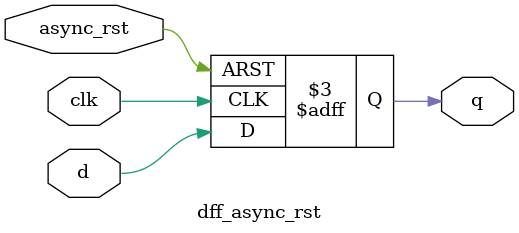
<source format=v>
`timescale 1ns / 1ps


module dff_async_rst(d, clk, async_rst, q);
    input d;
    input clk;
    input async_rst;
    output reg q;
     
    always @(negedge clk or negedge async_rst) 
    begin
        if(async_rst == 1'b0)
            q <= 1'b0; 
        else 
            q <= d; 
    end 
endmodule 

</source>
